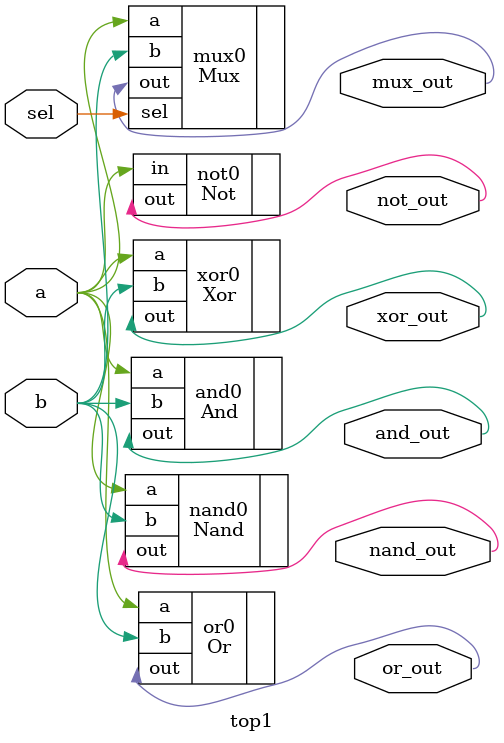
<source format=v>
module top1 (
  output wire nand_out,
  output wire not_out,
  output wire and_out,
  output wire or_out,
  output wire xor_out,
  output wire mux_out,
  input wire a,
  input wire b,
  input wire sel
);
  Nand nand0 (
    .out(nand_out),
    .a(a),
    .b(b)
  );
  Not not0 (
    .out(not_out),
    .in(a)
  );
  And and0 (
    .out(and_out),
    .a(a),
    .b(b)
  );
  Or or0 (
    .out(or_out),
    .a(a),
    .b(b)
  );
  Xor xor0 (
    .out(xor_out),
    .a(a),
    .b(b)
  );
  Mux mux0 (
    .out(mux_out),
    .a(a),
    .b(b),
    .sel(sel)
  );
endmodule

</source>
